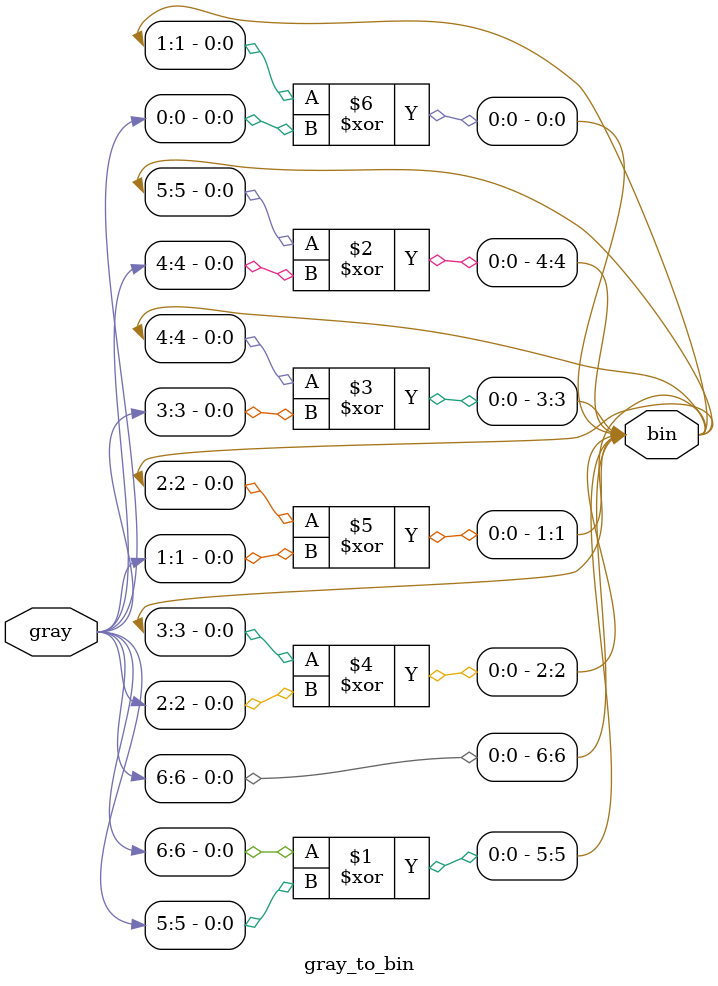
<source format=v>
module FIFO_syn #(parameter WIDTH=8, parameter WORDS=64) (
    wclk,
    rclk,
    rst_n,
    winc,
    wdata,
    wfull,
    rinc,
    rdata,
    rempty,

    flag_fifo_to_clk2,
    flag_clk2_to_fifo,

    flag_fifo_to_clk1,
	flag_clk1_to_fifo
);

input wclk, rclk;
input rst_n;
input winc;
input [WIDTH-1:0] wdata;
output reg wfull;
input rinc;
output reg [WIDTH-1:0] rdata;
output reg rempty;

// You can change the input / output of the custom flag ports
output reg  flag_fifo_to_clk2;
input flag_clk2_to_fifo;

output reg flag_fifo_to_clk1;
input flag_clk1_to_fifo;

wire [WIDTH-1:0] rdata_q;

// Remember: 
//   wptr and rptr should be gray coded
//   Don't modify the signal name
reg [$clog2(WORDS):0] wptr;
reg [$clog2(WORDS):0] rptr;

reg [6:0] waddr, raddr, waddr_syn, raddr_syn;

reg [$clog2(WORDS):0] wptr_syn;
reg [$clog2(WORDS):0] rptr_syn;
reg [1:0] t_wclk;
reg [1:0] t_rclk;
reg wen;
wire [7:0] rdata_in;
wire [5:0] temp;

DUAL_64X8X1BM1 u_dual_sram(.A0(raddr[0]),.A1(raddr[1]),.A2(raddr[2]),.A3(raddr[3]),.A4(raddr[4]),.A5(raddr[5]),.B0(waddr[0]),.B1(waddr[1]),.B2(waddr[2]),.B3(waddr[3]),.B4(waddr[4]),.B5(waddr[5]),.DOA0(rdata_in[0]),.DOA1(rdata_in[1]),.DOA2(rdata_in[2]),
                       .DOA3(rdata_in[3]),.DOA4(rdata_in[4]),.DOA5(rdata_in[5]),.DOA6(rdata_in[6]),.DOA7(rdata_in[7]),.DOB0(),.DOB1(),.DOB2(),
                       .DOB3(),.DOB4(),.DOB5(),.DOB6(),.DOB7(),.DIA0(),.DIA1(),.DIA2(),
                       .DIA3(),.DIA4(),.DIA5(),.DIA6(),.DIA7(),.DIB0(wdata[0]),.DIB1(wdata[1]),.DIB2(wdata[2]),
                       .DIB3(wdata[3]),.DIB4(wdata[4]),.DIB5(wdata[5]),.DIB6(wdata[6]),.DIB7(wdata[7]),.WEAN(1'b1),.WEBN(wen),.CKA(rclk),.CKB(wclk),.CSA(1'b1),.CSB(1'b1),.OEA(1'b1),.OEB(1'b1));

NDFF_BUS_syn #(7) ndff_syn0(.D(wptr), .Q(wptr_syn), .clk(rclk), .rst_n(rst_n));
NDFF_BUS_syn #(7) ndff_syn1(.D(rptr), .Q(rptr_syn), .clk(wclk), .rst_n(rst_n));

//////////////// addr conversion //////////////////

gray_to_bin gtb0(.gray(wptr_syn), .bin(waddr_syn));
gray_to_bin gtb1(.gray(rptr_syn), .bin(raddr_syn));

bin_to_gray btg0(.bin(waddr), .gray(wptr));
bin_to_gray btg1(.bin(raddr), .gray(rptr));

//////////////////////////////////////////////////


//////////////// rclk //////////////////


always@(*) begin
    flag_fifo_to_clk1 = (t_rclk == 2 && !rempty);
end
always@(posedge rclk) begin
    rdata <= rdata_in;
end

always@(posedge rclk or negedge rst_n) begin
    if(!rst_n) begin
        t_rclk <= 0;
    end 
    else if(rinc) begin
        if(t_rclk == 2) t_rclk <= 0;
        else t_rclk <= t_rclk + 1;
    end
end

always@(posedge rclk or negedge rst_n) begin
    if(!rst_n) begin
        rempty <= 1;
    end 
    else begin
        if(waddr_syn[5:0] == raddr[5:0]) begin
            rempty <= 1;
        end
        else begin
            rempty <= 0;
        end
    end
end


always@(posedge rclk or negedge rst_n) begin
    if(!rst_n) begin
        raddr <= 0;
    end 
    else begin
        if(flag_fifo_to_clk1) begin
            raddr <= raddr + 1;
        end
    end
end


//////////////// wclk //////////////////

always@(*) begin
    flag_fifo_to_clk2 = (t_wclk == 2 && !wfull);
    wen = !flag_fifo_to_clk2;
end
always@(posedge wclk or negedge rst_n) begin
    if(!rst_n) begin
        t_wclk <= 0;
    end 
    else if (winc||flag_fifo_to_clk2) begin
        if(t_wclk == 2) t_wclk <= 0;
        else t_wclk <= t_wclk + 1;
    end
end

assign temp = raddr_syn[5:0] - 1;

always@(posedge wclk or negedge rst_n) begin
    if(!rst_n) begin
        wfull <= 0;
    end 
    else begin
        if(waddr[5:0] == (temp)) begin
            wfull <= 1;
        end
        else begin
            wfull <= 0;
        end
    end
end


always@(posedge wclk or negedge rst_n) begin
    if(!rst_n) begin
        waddr <= 0;
    end 
    else begin
        if(!wen) begin
            waddr <= waddr + 1;
        end
    end
end

endmodule

module bin_to_gray (input [6:0] bin, output [6:0] gray);
    assign gray = bin ^ (bin >> 1);
endmodule
module gray_to_bin (input [6:0] gray, output [6:0] bin);
    genvar i;
    generate
        assign bin[6] = gray[6];
        for (i = 0; i < 6; i = i + 1) begin
            assign bin[5-i] = bin[6-i] ^ gray[5-i];
        end
    endgenerate
endmodule
</source>
